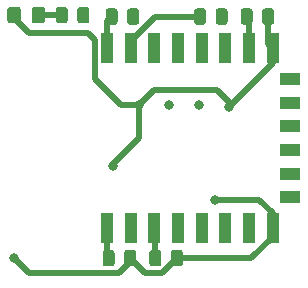
<source format=gbr>
G04 #@! TF.GenerationSoftware,KiCad,Pcbnew,6.0.5+dfsg-1~bpo11+1*
G04 #@! TF.ProjectId,_autosave-esp8266_pzem16_ac,5f617574-6f73-4617-9665-2d6573703832,rev?*
G04 #@! TF.SameCoordinates,Original*
G04 #@! TF.FileFunction,Copper,L1,Top*
G04 #@! TF.FilePolarity,Positive*
%FSLAX46Y46*%
G04 Gerber Fmt 4.6, Leading zero omitted, Abs format (unit mm)*
%MOMM*%
%LPD*%
G01*
G04 APERTURE LIST*
G04 #@! TA.AperFunction,SMDPad,CuDef*
%ADD10R,1.000000X2.500000*%
G04 #@! TD*
G04 #@! TA.AperFunction,SMDPad,CuDef*
%ADD11R,1.800000X1.000000*%
G04 #@! TD*
G04 #@! TA.AperFunction,ViaPad*
%ADD12C,0.800000*%
G04 #@! TD*
G04 #@! TA.AperFunction,Conductor*
%ADD13C,0.500000*%
G04 #@! TD*
G04 APERTURE END LIST*
G04 #@! TA.AperFunction,SMDPad,CuDef*
G36*
G01*
X80363000Y-33597000D02*
X80363000Y-32697000D01*
G75*
G02*
X80613000Y-32447000I250000J0D01*
G01*
X81138000Y-32447000D01*
G75*
G02*
X81388000Y-32697000I0J-250000D01*
G01*
X81388000Y-33597000D01*
G75*
G02*
X81138000Y-33847000I-250000J0D01*
G01*
X80613000Y-33847000D01*
G75*
G02*
X80363000Y-33597000I0J250000D01*
G01*
G37*
G04 #@! TD.AperFunction*
G04 #@! TA.AperFunction,SMDPad,CuDef*
G36*
G01*
X82188000Y-33597000D02*
X82188000Y-32697000D01*
G75*
G02*
X82438000Y-32447000I250000J0D01*
G01*
X82963000Y-32447000D01*
G75*
G02*
X83213000Y-32697000I0J-250000D01*
G01*
X83213000Y-33597000D01*
G75*
G02*
X82963000Y-33847000I-250000J0D01*
G01*
X82438000Y-33847000D01*
G75*
G02*
X82188000Y-33597000I0J250000D01*
G01*
G37*
G04 #@! TD.AperFunction*
G04 #@! TA.AperFunction,SMDPad,CuDef*
G36*
G01*
X75489500Y-53144000D02*
X75489500Y-54044000D01*
G75*
G02*
X75239500Y-54294000I-250000J0D01*
G01*
X74714500Y-54294000D01*
G75*
G02*
X74464500Y-54044000I0J250000D01*
G01*
X74464500Y-53144000D01*
G75*
G02*
X74714500Y-52894000I250000J0D01*
G01*
X75239500Y-52894000D01*
G75*
G02*
X75489500Y-53144000I0J-250000D01*
G01*
G37*
G04 #@! TD.AperFunction*
G04 #@! TA.AperFunction,SMDPad,CuDef*
G36*
G01*
X73664500Y-53144000D02*
X73664500Y-54044000D01*
G75*
G02*
X73414500Y-54294000I-250000J0D01*
G01*
X72889500Y-54294000D01*
G75*
G02*
X72639500Y-54044000I0J250000D01*
G01*
X72639500Y-53144000D01*
G75*
G02*
X72889500Y-52894000I250000J0D01*
G01*
X73414500Y-52894000D01*
G75*
G02*
X73664500Y-53144000I0J-250000D01*
G01*
G37*
G04 #@! TD.AperFunction*
G04 #@! TA.AperFunction,SMDPad,CuDef*
G36*
G01*
X76426000Y-33597000D02*
X76426000Y-32697000D01*
G75*
G02*
X76676000Y-32447000I250000J0D01*
G01*
X77201000Y-32447000D01*
G75*
G02*
X77451000Y-32697000I0J-250000D01*
G01*
X77451000Y-33597000D01*
G75*
G02*
X77201000Y-33847000I-250000J0D01*
G01*
X76676000Y-33847000D01*
G75*
G02*
X76426000Y-33597000I0J250000D01*
G01*
G37*
G04 #@! TD.AperFunction*
G04 #@! TA.AperFunction,SMDPad,CuDef*
G36*
G01*
X78251000Y-33597000D02*
X78251000Y-32697000D01*
G75*
G02*
X78501000Y-32447000I250000J0D01*
G01*
X79026000Y-32447000D01*
G75*
G02*
X79276000Y-32697000I0J-250000D01*
G01*
X79276000Y-33597000D01*
G75*
G02*
X79026000Y-33847000I-250000J0D01*
G01*
X78501000Y-33847000D01*
G75*
G02*
X78251000Y-33597000I0J250000D01*
G01*
G37*
G04 #@! TD.AperFunction*
G04 #@! TA.AperFunction,SMDPad,CuDef*
G36*
G01*
X67568500Y-32570000D02*
X67568500Y-33470000D01*
G75*
G02*
X67318500Y-33720000I-250000J0D01*
G01*
X66793500Y-33720000D01*
G75*
G02*
X66543500Y-33470000I0J250000D01*
G01*
X66543500Y-32570000D01*
G75*
G02*
X66793500Y-32320000I250000J0D01*
G01*
X67318500Y-32320000D01*
G75*
G02*
X67568500Y-32570000I0J-250000D01*
G01*
G37*
G04 #@! TD.AperFunction*
G04 #@! TA.AperFunction,SMDPad,CuDef*
G36*
G01*
X65743500Y-32570000D02*
X65743500Y-33470000D01*
G75*
G02*
X65493500Y-33720000I-250000J0D01*
G01*
X64968500Y-33720000D01*
G75*
G02*
X64718500Y-33470000I0J250000D01*
G01*
X64718500Y-32570000D01*
G75*
G02*
X64968500Y-32320000I250000J0D01*
G01*
X65493500Y-32320000D01*
G75*
G02*
X65743500Y-32570000I0J-250000D01*
G01*
G37*
G04 #@! TD.AperFunction*
G04 #@! TA.AperFunction,SMDPad,CuDef*
G36*
G01*
X63821000Y-32570000D02*
X63821000Y-33470000D01*
G75*
G02*
X63571000Y-33720000I-250000J0D01*
G01*
X62921000Y-33720000D01*
G75*
G02*
X62671000Y-33470000I0J250000D01*
G01*
X62671000Y-32570000D01*
G75*
G02*
X62921000Y-32320000I250000J0D01*
G01*
X63571000Y-32320000D01*
G75*
G02*
X63821000Y-32570000I0J-250000D01*
G01*
G37*
G04 #@! TD.AperFunction*
G04 #@! TA.AperFunction,SMDPad,CuDef*
G36*
G01*
X61771000Y-32570000D02*
X61771000Y-33470000D01*
G75*
G02*
X61521000Y-33720000I-250000J0D01*
G01*
X60871000Y-33720000D01*
G75*
G02*
X60621000Y-33470000I0J250000D01*
G01*
X60621000Y-32570000D01*
G75*
G02*
X60871000Y-32320000I250000J0D01*
G01*
X61521000Y-32320000D01*
G75*
G02*
X61771000Y-32570000I0J-250000D01*
G01*
G37*
G04 #@! TD.AperFunction*
G04 #@! TA.AperFunction,SMDPad,CuDef*
G36*
G01*
X68933000Y-33597000D02*
X68933000Y-32697000D01*
G75*
G02*
X69183000Y-32447000I250000J0D01*
G01*
X69708000Y-32447000D01*
G75*
G02*
X69958000Y-32697000I0J-250000D01*
G01*
X69958000Y-33597000D01*
G75*
G02*
X69708000Y-33847000I-250000J0D01*
G01*
X69183000Y-33847000D01*
G75*
G02*
X68933000Y-33597000I0J250000D01*
G01*
G37*
G04 #@! TD.AperFunction*
G04 #@! TA.AperFunction,SMDPad,CuDef*
G36*
G01*
X70758000Y-33597000D02*
X70758000Y-32697000D01*
G75*
G02*
X71008000Y-32447000I250000J0D01*
G01*
X71533000Y-32447000D01*
G75*
G02*
X71783000Y-32697000I0J-250000D01*
G01*
X71783000Y-33597000D01*
G75*
G02*
X71533000Y-33847000I-250000J0D01*
G01*
X71008000Y-33847000D01*
G75*
G02*
X70758000Y-33597000I0J250000D01*
G01*
G37*
G04 #@! TD.AperFunction*
D10*
X69075000Y-51034000D03*
X71075000Y-51034000D03*
X73075000Y-51034000D03*
X75075000Y-51034000D03*
X77075000Y-51034000D03*
X79075000Y-51034000D03*
X81075000Y-51034000D03*
X83075000Y-51034000D03*
D11*
X84575000Y-48434000D03*
X84575000Y-46434000D03*
X84575000Y-44434000D03*
X84575000Y-42434000D03*
X84575000Y-40434000D03*
X84575000Y-38434000D03*
D10*
X83075000Y-35834000D03*
X81075000Y-35834000D03*
X79075000Y-35834000D03*
X77075000Y-35834000D03*
X75075000Y-35834000D03*
X73075000Y-35834000D03*
X71075000Y-35834000D03*
X69075000Y-35834000D03*
G04 #@! TA.AperFunction,SMDPad,CuDef*
G36*
G01*
X71529000Y-53144000D02*
X71529000Y-54044000D01*
G75*
G02*
X71279000Y-54294000I-250000J0D01*
G01*
X70754000Y-54294000D01*
G75*
G02*
X70504000Y-54044000I0J250000D01*
G01*
X70504000Y-53144000D01*
G75*
G02*
X70754000Y-52894000I250000J0D01*
G01*
X71279000Y-52894000D01*
G75*
G02*
X71529000Y-53144000I0J-250000D01*
G01*
G37*
G04 #@! TD.AperFunction*
G04 #@! TA.AperFunction,SMDPad,CuDef*
G36*
G01*
X69704000Y-53144000D02*
X69704000Y-54044000D01*
G75*
G02*
X69454000Y-54294000I-250000J0D01*
G01*
X68929000Y-54294000D01*
G75*
G02*
X68679000Y-54044000I0J250000D01*
G01*
X68679000Y-53144000D01*
G75*
G02*
X68929000Y-52894000I250000J0D01*
G01*
X69454000Y-52894000D01*
G75*
G02*
X69704000Y-53144000I0J-250000D01*
G01*
G37*
G04 #@! TD.AperFunction*
D12*
X79375000Y-40767000D03*
X69571000Y-45800000D03*
X71755000Y-40640000D03*
X61214000Y-53594000D03*
X78207000Y-48655000D03*
X71247000Y-33147000D03*
X74295000Y-40640000D03*
X76835000Y-40640000D03*
X78763500Y-33147000D03*
X67056000Y-33020000D03*
X73025000Y-35814000D03*
D13*
X71755000Y-43434000D02*
X71755000Y-40767000D01*
X61196000Y-33256000D02*
X61196000Y-33020000D01*
X68025000Y-38434000D02*
X68025000Y-35132000D01*
X68025000Y-35132000D02*
X67437000Y-34544000D01*
X69571000Y-45618000D02*
X71755000Y-43434000D01*
X78359000Y-39370000D02*
X73025000Y-39370000D01*
X70231000Y-40640000D02*
X68025000Y-38434000D01*
X79375000Y-40767000D02*
X79375000Y-40386000D01*
X82700500Y-35459500D02*
X83075000Y-35834000D01*
X69571000Y-45800000D02*
X69571000Y-45618000D01*
X71755000Y-40640000D02*
X70231000Y-40640000D01*
X83075000Y-37067000D02*
X83075000Y-35834000D01*
X62484000Y-34544000D02*
X61196000Y-33256000D01*
X79375000Y-40386000D02*
X78359000Y-39370000D01*
X67437000Y-34544000D02*
X62484000Y-34544000D01*
X79375000Y-40767000D02*
X83075000Y-37067000D01*
X82700500Y-33147000D02*
X82700500Y-35459500D01*
X73025000Y-39370000D02*
X71755000Y-40640000D01*
X83075000Y-49801000D02*
X81915000Y-48641000D01*
X70104000Y-54864000D02*
X71016500Y-53951500D01*
X73707000Y-54864000D02*
X74977000Y-53594000D01*
X81901000Y-48655000D02*
X78207000Y-48655000D01*
X83075000Y-51784000D02*
X83075000Y-51034000D01*
X61214000Y-53594000D02*
X62484000Y-54864000D01*
X72286500Y-54864000D02*
X73707000Y-54864000D01*
X71016500Y-53594000D02*
X72286500Y-54864000D01*
X83075000Y-51034000D02*
X83075000Y-49801000D01*
X71016500Y-53951500D02*
X71016500Y-53594000D01*
X74977000Y-53594000D02*
X81265000Y-53594000D01*
X62484000Y-54864000D02*
X70104000Y-54864000D01*
X81915000Y-48641000D02*
X81901000Y-48655000D01*
X81265000Y-53594000D02*
X83075000Y-51784000D01*
X78740000Y-33147000D02*
X78763500Y-33147000D01*
X73152000Y-51111000D02*
X73075000Y-51034000D01*
X73152000Y-53594000D02*
X73152000Y-51111000D01*
X69075000Y-53477500D02*
X69191500Y-53594000D01*
X69075000Y-51034000D02*
X69075000Y-53477500D01*
X80875500Y-33147000D02*
X81075000Y-33346500D01*
X81075000Y-33346500D02*
X81075000Y-35834000D01*
X69075000Y-35834000D02*
X69075000Y-33517500D01*
X69075000Y-33517500D02*
X69445500Y-33147000D01*
X73152000Y-33147000D02*
X71075000Y-35224000D01*
X76938500Y-33147000D02*
X73152000Y-33147000D01*
X71075000Y-35224000D02*
X71075000Y-35834000D01*
X63246000Y-33020000D02*
X65231000Y-33020000D01*
M02*

</source>
